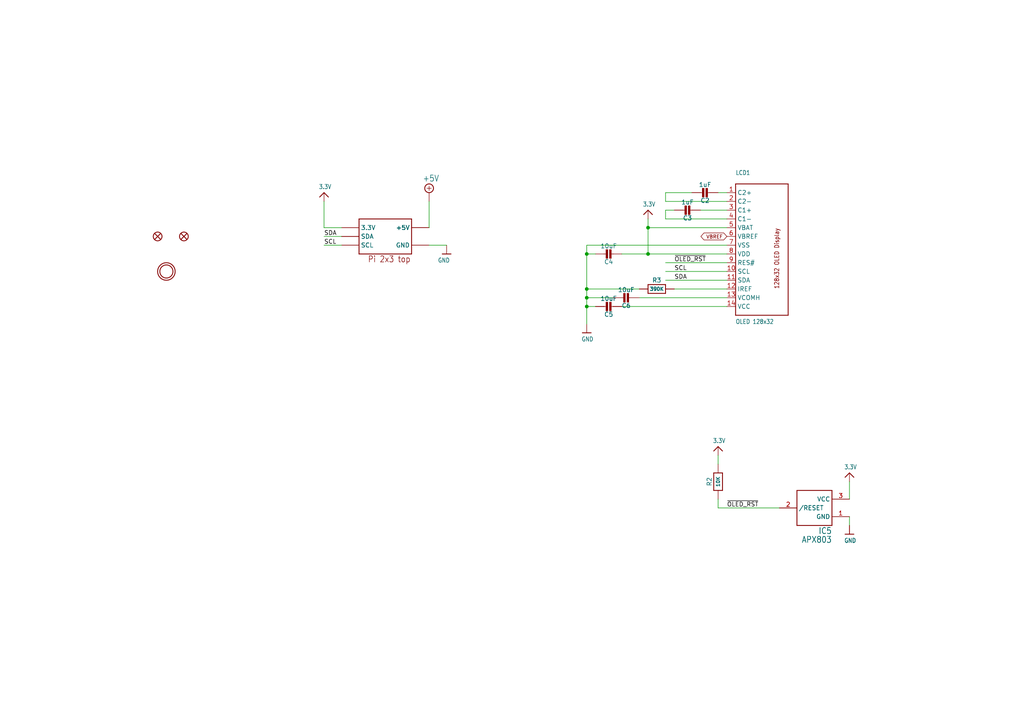
<source format=kicad_sch>
(kicad_sch (version 20211123) (generator eeschema)
  (paper "A4")
  (lib_symbols
    (symbol "eagleSchem-eagle-import:+5V" (power)
      (property "Value" "+5V" (at -1.905 3.175 0))
      (symbol "+5V_1_0"
        (polyline (pts (xy -0.635 1.27) (xy 0.635 1.27)) (stroke (width 0.1524)))
        (polyline (pts (xy 0 0.635) (xy 0 1.905)) (stroke (width 0.1524)))
        (circle (center 0 1.27) (radius 1.27) (stroke (width 0.254)))
        (pin power_in line (at 0 -2.54 90) (length 2.54) (name "+5V") (number "1"))
      )
    )
    (symbol "eagleSchem-eagle-import:3.3V" (power)
      (property "Value" "3.3V" (at -1.524 1.016 0))
      (symbol "3.3V_1_0"
        (polyline (pts (xy -1.27 -1.27) (xy 0 0)) (stroke (width 0.254)))
        (polyline (pts (xy 0 0) (xy 1.27 -1.27)) (stroke (width 0.254)))
        (pin power_in line (at 0 -2.54 90) (length 2.54) (name "3.3V") (number "1"))
      )
    )
    (symbol "eagleSchem-eagle-import:AXP083-SAG"
      (property "Reference" "IC" (at -5.08 -7.62 0))
      (property "Value" "AXP083-SAG" (at -5.08 -10.16 0))
      (symbol "AXP083-SAG_1_0"
        (polyline (pts (xy -5.08 -5.08) (xy -5.08 5.08)) (stroke (width 0.254)))
        (polyline (pts (xy -5.08 5.08) (xy 5.08 5.08)) (stroke (width 0.254)))
        (polyline (pts (xy 5.08 -5.08) (xy -5.08 -5.08)) (stroke (width 0.254)))
        (polyline (pts (xy 5.08 5.08) (xy 5.08 -5.08)) (stroke (width 0.254)))
        (pin power_in line (at -10.16 -2.54 0) (length 5.08) (name "GND") (number "1"))
        (pin output line (at 10.16 0 180) (length 5.08) (name "/RESET") (number "2"))
        (pin power_in line (at -10.16 2.54 0) (length 5.08) (name "VCC") (number "3"))
      )
    )
    (symbol "eagleSchem-eagle-import:CAP_CERAMIC0805-NOOUTLINE"
      (property "Reference" "C" (at -2.29 1.25 90))
      (property "Value" "CAP_CERAMIC0805-NOOUTLINE" (at 2.3 1.25 90))
      (symbol "CAP_CERAMIC0805-NOOUTLINE_1_0"
        (rectangle (start -1.27 0.508) (end 1.27 1.016) (fill (type outline)))
        (rectangle (start -1.27 1.524) (end 1.27 2.032) (fill (type outline)))
        (polyline (pts (xy 0 0.762) (xy 0 0)) (stroke (width 0.1524)))
        (polyline (pts (xy 0 2.54) (xy 0 1.778)) (stroke (width 0.1524)))
        (pin passive line (at 0 5.08 270) (length 2.54) (name "1") (number "1"))
        (pin passive line (at 0 -2.54 90) (length 2.54) (name "2") (number "2"))
      )
    )
    (symbol "eagleSchem-eagle-import:DISP_OLED_UG-2832HSWEG02"
      (property "Reference" "LCD" (at -7.62 22.86 0))
      (property "Value" "DISP_OLED_UG-2832HSWEG02" (at -7.62 -20.32 0))
      (symbol "DISP_OLED_UG-2832HSWEG02_1_0"
        (polyline (pts (xy -7.62 -17.78) (xy 7.62 -17.78)) (stroke (width 0.254)))
        (polyline (pts (xy -7.62 20.32) (xy -7.62 -17.78)) (stroke (width 0.254)))
        (polyline (pts (xy 7.62 -17.78) (xy 7.62 20.32)) (stroke (width 0.254)))
        (polyline (pts (xy 7.62 20.32) (xy -7.62 20.32)) (stroke (width 0.254)))
        (text "128x32 OLED Display" (at 5.08 -10.16 900) (effects (font (size 1.27 1.0795)) (justify left bottom)))
        (pin bidirectional line (at -10.16 17.78 0) (length 2.54) (name "C2+") (number "1"))
        (pin bidirectional line (at -10.16 -5.08 0) (length 2.54) (name "SCL") (number "10"))
        (pin bidirectional line (at -10.16 -7.62 0) (length 2.54) (name "SDA") (number "11"))
        (pin bidirectional line (at -10.16 -10.16 0) (length 2.54) (name "IREF") (number "12"))
        (pin power_in line (at -10.16 -12.7 0) (length 2.54) (name "VCOMH") (number "13"))
        (pin power_in line (at -10.16 -15.24 0) (length 2.54) (name "VCC") (number "14"))
        (pin bidirectional line (at -10.16 15.24 0) (length 2.54) (name "C2-") (number "2"))
        (pin bidirectional line (at -10.16 12.7 0) (length 2.54) (name "C1+") (number "3"))
        (pin bidirectional line (at -10.16 10.16 0) (length 2.54) (name "C1-") (number "4"))
        (pin power_in line (at -10.16 7.62 0) (length 2.54) (name "VBAT") (number "5"))
        (pin power_in line (at -10.16 5.08 0) (length 2.54) (name "VBREF") (number "6"))
        (pin power_in line (at -10.16 2.54 0) (length 2.54) (name "VSS") (number "7"))
        (pin power_in line (at -10.16 0 0) (length 2.54) (name "VDD") (number "8"))
        (pin bidirectional line (at -10.16 -2.54 0) (length 2.54) (name "RES#") (number "9"))
      )
    )
    (symbol "eagleSchem-eagle-import:FIDUCIAL_1MM"
      (symbol "FIDUCIAL_1MM_1_0"
        (polyline (pts (xy -0.762 0.762) (xy 0.762 -0.762)) (stroke (width 0.254)))
        (polyline (pts (xy 0.762 0.762) (xy -0.762 -0.762)) (stroke (width 0.254)))
        (circle (center 0 0) (radius 1.27) (stroke (width 0.254)))
      )
    )
    (symbol "eagleSchem-eagle-import:GND" (power)
      (property "Value" "GND" (at -1.524 -2.54 0))
      (symbol "GND_1_0"
        (polyline (pts (xy -1.27 0) (xy 1.27 0)) (stroke (width 0.254)))
        (pin power_in line (at 0 2.54 270) (length 2.54) (name "GND") (number "1"))
      )
    )
    (symbol "eagleSchem-eagle-import:MOUNTINGHOLE3.0THIN"
      (symbol "MOUNTINGHOLE3.0THIN_1_0"
        (circle (center 0 0) (radius 1.905) (stroke (width 0.254)))
        (circle (center 0 0) (radius 2.54) (stroke (width 0.254)))
      )
    )
    (symbol "eagleSchem-eagle-import:RASPBERRYPI_2X3"
      (symbol "RASPBERRYPI_2X3_1_0"
        (polyline (pts (xy -7.62 -5.08) (xy -7.62 5.08)) (stroke (width 0.254)))
        (polyline (pts (xy -7.62 5.08) (xy 7.62 5.08)) (stroke (width 0.254)))
        (polyline (pts (xy 7.62 -5.08) (xy -7.62 -5.08)) (stroke (width 0.254)))
        (polyline (pts (xy 7.62 5.08) (xy 7.62 -5.08)) (stroke (width 0.254)))
        (text "Pi 2x3 top" (at -5.08 -7.62 0) (effects (font (size 1.778 1.5113)) (justify left bottom)))
        (pin bidirectional line (at -12.7 2.54 0) (length 5.08) (name "3.3V") (number "1"))
        (pin bidirectional line (at -12.7 2.54 0) (length 5.08) (name "3.3V") (number "1'"))
        (pin bidirectional line (at 12.7 2.54 180) (length 5.08) (name "+5V") (number "2"))
        (pin bidirectional line (at 12.7 2.54 180) (length 5.08) (name "+5V") (number "2'"))
        (pin bidirectional line (at -12.7 0 0) (length 5.08) (name "SDA") (number "3"))
        (pin bidirectional line (at -12.7 0 0) (length 5.08) (name "SDA") (number "3'"))
        (pin bidirectional line (at 12.7 2.54 180) (length 5.08) (name "+5V") (number "4"))
        (pin bidirectional line (at 12.7 2.54 180) (length 5.08) (name "+5V") (number "4'"))
        (pin bidirectional line (at -12.7 -2.54 0) (length 5.08) (name "SCL") (number "5"))
        (pin bidirectional line (at -12.7 -2.54 0) (length 5.08) (name "SCL") (number "5'"))
        (pin bidirectional line (at 12.7 -2.54 180) (length 5.08) (name "GND") (number "6"))
        (pin bidirectional line (at 12.7 -2.54 180) (length 5.08) (name "GND") (number "6'"))
      )
    )
    (symbol "eagleSchem-eagle-import:RESISTOR0805_NOOUTLINE"
      (property "Reference" "R" (at 0 2.54 0))
      (property "Value" "RESISTOR0805_NOOUTLINE" (at 0 0 0))
      (symbol "RESISTOR0805_NOOUTLINE_1_0"
        (polyline (pts (xy -2.54 -1.27) (xy -2.54 1.27)) (stroke (width 0.254)))
        (polyline (pts (xy -2.54 1.27) (xy 2.54 1.27)) (stroke (width 0.254)))
        (polyline (pts (xy 2.54 -1.27) (xy -2.54 -1.27)) (stroke (width 0.254)))
        (polyline (pts (xy 2.54 1.27) (xy 2.54 -1.27)) (stroke (width 0.254)))
        (pin passive line (at -5.08 0 0) (length 2.54) (name "1") (number "1"))
        (pin passive line (at 5.08 0 180) (length 2.54) (name "2") (number "2"))
      )
    )
  )
  (junction (at 187.96 73.66))
  (junction (at 170.18 86.36))
  (junction (at 187.96 66.04))
  (junction (at 170.18 83.82))
  (junction (at 170.18 73.66))
  (junction (at 170.18 88.9))
  (wire (pts (xy 195.58 60.96) (xy 193.04 60.96)))
  (wire (pts (xy 200.66 55.88) (xy 193.04 55.88)))
  (wire (pts (xy 170.18 86.36) (xy 170.18 88.9)))
  (wire (pts (xy 210.82 73.66) (xy 187.96 73.66)))
  (wire (pts (xy 210.82 83.82) (xy 195.58 83.82)))
  (wire (pts (xy 193.04 63.5) (xy 210.82 63.5)))
  (wire (pts (xy 208.28 147.32) (xy 208.28 144.78)))
  (wire (pts (xy 210.82 88.9) (xy 180.34 88.9)))
  (wire (pts (xy 170.18 83.82) (xy 170.18 86.36)))
  (wire (pts (xy 246.38 144.78) (xy 246.38 139.7)))
  (wire (pts (xy 187.96 73.66) (xy 180.34 73.66)))
  (wire (pts (xy 210.82 81.28) (xy 193.04 81.28)))
  (wire (pts (xy 193.04 60.96) (xy 193.04 63.5)))
  (wire (pts (xy 187.96 63.5) (xy 187.96 66.04)))
  (wire (pts (xy 172.72 73.66) (xy 170.18 73.66)))
  (wire (pts (xy 124.46 71.12) (xy 129.54 71.12)))
  (wire (pts (xy 99.06 66.04) (xy 93.98 66.04)))
  (wire (pts (xy 193.04 55.88) (xy 193.04 58.42)))
  (wire (pts (xy 208.28 134.62) (xy 208.28 132.08)))
  (wire (pts (xy 99.06 68.58) (xy 93.98 68.58)))
  (wire (pts (xy 172.72 88.9) (xy 170.18 88.9)))
  (wire (pts (xy 210.82 60.96) (xy 203.2 60.96)))
  (wire (pts (xy 210.82 86.36) (xy 185.42 86.36)))
  (wire (pts (xy 246.38 149.86) (xy 246.38 152.4)))
  (wire (pts (xy 124.46 58.42) (xy 124.46 66.04)))
  (wire (pts (xy 177.8 86.36) (xy 170.18 86.36)))
  (wire (pts (xy 210.82 78.74) (xy 193.04 78.74)))
  (wire (pts (xy 210.82 55.88) (xy 208.28 55.88)))
  (wire (pts (xy 210.82 71.12) (xy 170.18 71.12)))
  (wire (pts (xy 93.98 66.04) (xy 93.98 58.42)))
  (wire (pts (xy 210.82 76.2) (xy 193.04 76.2)))
  (wire (pts (xy 170.18 71.12) (xy 170.18 73.66)))
  (wire (pts (xy 185.42 83.82) (xy 170.18 83.82)))
  (wire (pts (xy 93.98 71.12) (xy 99.06 71.12)))
  (wire (pts (xy 210.82 66.04) (xy 187.96 66.04)))
  (wire (pts (xy 187.96 66.04) (xy 187.96 73.66)))
  (wire (pts (xy 170.18 88.9) (xy 170.18 93.98)))
  (wire (pts (xy 193.04 58.42) (xy 210.82 58.42)))
  (wire (pts (xy 226.06 147.32) (xy 208.28 147.32)))
  (wire (pts (xy 170.18 73.66) (xy 170.18 83.82)))
  (label "SDA" (at 195.58 81.28 0) (effects (font (size 1.2446 1.2446))))
  (label "SDA" (at 93.98 68.58 0) (effects (font (size 1.2446 1.2446))))
  (label "~{OLED_RST}" (at 195.58 76.2 0) (effects (font (size 1.2446 1.2446))))
  (label "SCL" (at 195.58 78.74 0) (effects (font (size 1.2446 1.2446))))
  (label "SCL" (at 93.98 71.12 0) (effects (font (size 1.2446 1.2446))))
  (label "~{OLED_RST}" (at 210.82 147.32 0) (effects (font (size 1.2446 1.2446))))
  (global_label "VBREF" (shape bidirectional) (at 210.82 68.58 180) (effects (font (size 1.016 1.016))) (property "Intersheet References" "${INTERSHEET_REFS}" (effects hide)))
  (symbol (lib_id "eagleSchem-eagle-import:FIDUCIAL_1MM") (at 45.72 68.58 0) (unit 1)
    (property "Reference" "FID3" (effects hide))
    (property "Value" "FIDUCIAL_1MM" (effects hide))
    (property "Footprint" "eagleSchem:FIDUCIAL_1MM" (effects hide))
  )
  (symbol (lib_id "eagleSchem-eagle-import:MOUNTINGHOLE3.0THIN") (at 48.26 78.74 0) (unit 1)
    (property "Reference" "U$4" (effects hide))
    (property "Value" "MOUNTINGHOLE3.0THIN" (effects hide))
    (property "Footprint" "eagleSchem:MOUNTINGHOLE_3.0_PLATEDTHIN" (effects hide))
  )
  (symbol (lib_id "eagleSchem-eagle-import:3.3V") (at 93.98 55.88 0) (unit 1)
    (property "Reference" "#U$5" (effects hide))
    (property "Value" "3.3V" (at 92.456 54.864 0) (effects (font (size 1.27 1.0795)) (justify left bottom)))
    (property "Footprint" "eagleSchem:" (effects hide))
  )
  (symbol (lib_id "eagleSchem-eagle-import:DISP_OLED_UG-2832HSWEG02") (at 220.98 73.66 0) (unit 1)
    (property "Reference" "LCD1" (at 213.36 50.8 0) (effects (font (size 1.27 1.0795)) (justify left bottom)))
    (property "Value" "OLED 128x32" (at 213.36 93.98 0) (effects (font (size 1.27 1.0795)) (justify left bottom)))
    (property "Footprint" "eagleSchem:UG-2832HSWEG02_WRAPUNDER" (effects hide))
  )
  (symbol (lib_id "eagleSchem-eagle-import:3.3V") (at 246.38 137.16 0) (unit 1)
    (property "Reference" "#U$31" (effects hide))
    (property "Value" "3.3V" (at 244.856 136.144 0) (effects (font (size 1.27 1.0795)) (justify left bottom)))
    (property "Footprint" "eagleSchem:" (effects hide))
  )
  (symbol (lib_id "eagleSchem-eagle-import:FIDUCIAL_1MM") (at 53.34 68.58 0) (unit 1)
    (property "Reference" "FID4" (effects hide))
    (property "Value" "FIDUCIAL_1MM" (effects hide))
    (property "Footprint" "eagleSchem:FIDUCIAL_1MM" (effects hide))
  )
  (symbol (lib_id "eagleSchem-eagle-import:3.3V") (at 208.28 129.54 0) (unit 1)
    (property "Reference" "#U$21" (effects hide))
    (property "Value" "3.3V" (at 206.756 128.524 0) (effects (font (size 1.27 1.0795)) (justify left bottom)))
    (property "Footprint" "eagleSchem:" (effects hide))
  )
  (symbol (lib_id "eagleSchem-eagle-import:RASPBERRYPI_2X3") (at 111.76 68.58 0) (unit 1)
    (property "Reference" "RPI1" (effects hide))
    (property "Value" "RASPBERRYPI_2X3" (effects hide))
    (property "Footprint" "eagleSchem:RASPBERRYPI_2X3_THMSMT" (effects hide))
  )
  (symbol (lib_id "eagleSchem-eagle-import:AXP083-SAG") (at 236.22 147.32 0) (mirror y) (unit 1)
    (property "Reference" "IC5" (at 241.3 154.94 0) (effects (font (size 1.778 1.5113)) (justify left bottom)))
    (property "Value" "APX803" (at 241.3 157.48 0) (effects (font (size 1.778 1.5113)) (justify left bottom)))
    (property "Footprint" "eagleSchem:SOT23" (effects hide))
  )
  (symbol (lib_id "eagleSchem-eagle-import:CAP_CERAMIC0805-NOOUTLINE") (at 182.88 86.36 90) (unit 1)
    (property "Reference" "C6" (at 181.63 88.65 90))
    (property "Value" "10uF" (at 181.63 84.06 90))
    (property "Footprint" "eagleSchem:0805-NO" (effects hide))
  )
  (symbol (lib_id "eagleSchem-eagle-import:CAP_CERAMIC0805-NOOUTLINE") (at 177.8 73.66 90) (unit 1)
    (property "Reference" "C4" (at 176.55 75.95 90))
    (property "Value" "10uF" (at 176.55 71.36 90))
    (property "Footprint" "eagleSchem:0805-NO" (effects hide))
  )
  (symbol (lib_id "eagleSchem-eagle-import:CAP_CERAMIC0805-NOOUTLINE") (at 200.66 60.96 90) (unit 1)
    (property "Reference" "C3" (at 199.41 63.25 90))
    (property "Value" "1uF" (at 199.41 58.66 90))
    (property "Footprint" "eagleSchem:0805-NO" (effects hide))
  )
  (symbol (lib_id "eagleSchem-eagle-import:GND") (at 170.18 96.52 0) (unit 1)
    (property "Reference" "#U$6" (effects hide))
    (property "Value" "GND" (at 168.656 99.06 0) (effects (font (size 1.27 1.0795)) (justify left bottom)))
    (property "Footprint" "eagleSchem:" (effects hide))
  )
  (symbol (lib_id "eagleSchem-eagle-import:RESISTOR0805_NOOUTLINE") (at 190.5 83.82 0) (unit 1)
    (property "Reference" "R3" (at 190.5 81.28 0))
    (property "Value" "390K" (at 190.5 83.82 0) (effects (font (size 1.016 1.016) bold)))
    (property "Footprint" "eagleSchem:0805-NO" (effects hide))
  )
  (symbol (lib_id "eagleSchem-eagle-import:GND") (at 246.38 154.94 0) (unit 1)
    (property "Reference" "#U$17" (effects hide))
    (property "Value" "GND" (at 244.856 157.48 0) (effects (font (size 1.27 1.0795)) (justify left bottom)))
    (property "Footprint" "eagleSchem:" (effects hide))
  )
  (symbol (lib_id "eagleSchem-eagle-import:GND") (at 129.54 73.66 0) (unit 1)
    (property "Reference" "#GND3" (effects hide))
    (property "Value" "GND" (at 127 76.2 0) (effects (font (size 1.27 1.0795)) (justify left bottom)))
    (property "Footprint" "eagleSchem:" (effects hide))
  )
  (symbol (lib_id "eagleSchem-eagle-import:3.3V") (at 187.96 60.96 0) (unit 1)
    (property "Reference" "#U$7" (effects hide))
    (property "Value" "3.3V" (at 186.436 59.944 0) (effects (font (size 1.27 1.0795)) (justify left bottom)))
    (property "Footprint" "eagleSchem:" (effects hide))
  )
  (symbol (lib_id "eagleSchem-eagle-import:RESISTOR0805_NOOUTLINE") (at 208.28 139.7 90) (unit 1)
    (property "Reference" "R2" (at 205.74 139.7 0))
    (property "Value" "10K" (at 208.28 139.7 0) (effects (font (size 1.016 1.016) bold)))
    (property "Footprint" "eagleSchem:0805-NO" (effects hide))
  )
  (symbol (lib_id "eagleSchem-eagle-import:+5V") (at 124.46 55.88 0) (unit 1)
    (property "Reference" "#SUPPLY1" (effects hide))
    (property "Value" "+5V" (at 122.555 52.705 0) (effects (font (size 1.778 1.5113)) (justify left bottom)))
    (property "Footprint" "eagleSchem:" (effects hide))
  )
  (symbol (lib_id "eagleSchem-eagle-import:CAP_CERAMIC0805-NOOUTLINE") (at 205.74 55.88 90) (unit 1)
    (property "Reference" "C2" (at 204.49 58.17 90))
    (property "Value" "1uF" (at 204.49 53.58 90))
    (property "Footprint" "eagleSchem:0805-NO" (effects hide))
  )
  (symbol (lib_id "eagleSchem-eagle-import:CAP_CERAMIC0805-NOOUTLINE") (at 177.8 88.9 90) (unit 1)
    (property "Reference" "C5" (at 176.55 91.19 90))
    (property "Value" "10uF" (at 176.55 86.6 90))
    (property "Footprint" "eagleSchem:0805-NO" (effects hide))
  )
)
</source>
